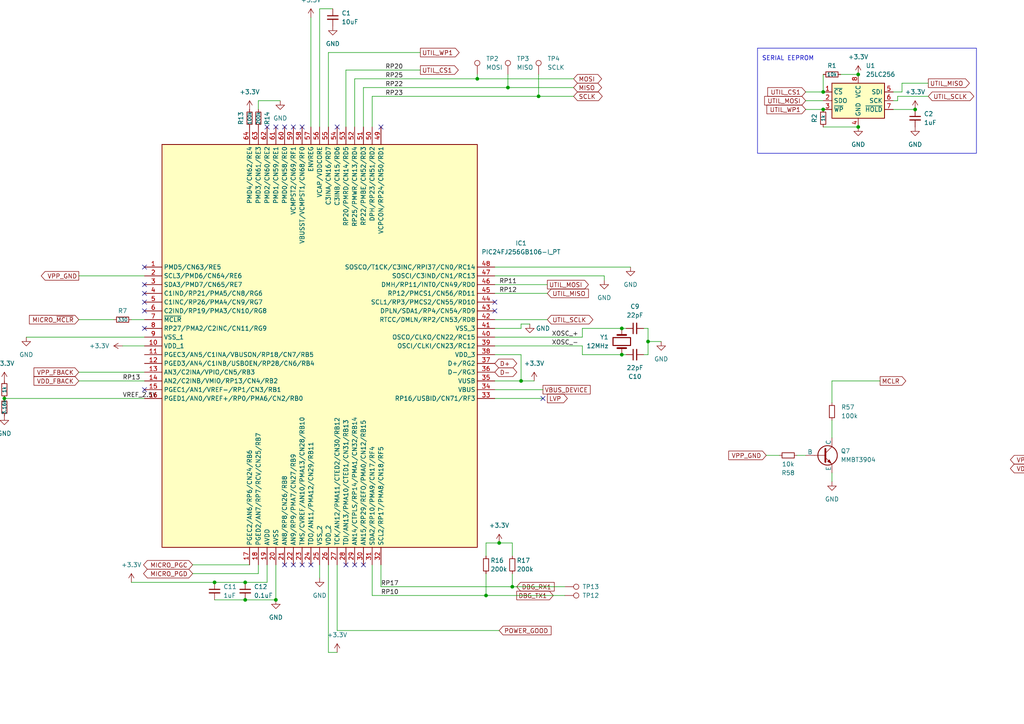
<source format=kicad_sch>
(kicad_sch (version 20230121) (generator eeschema)
  (paper "A4")
  (junction (at 144.78 157.48))
  (junction (at 71.12 168.91))
  (junction (at 238.76 31.75))
  (junction (at 524.51 173.99))
  (junction (at 151.13 110.49))
  (junction (at 524.51 87.63))
  (junction (at 355.6 25.4))
  (junction (at 180.34 95.25))
  (junction (at 180.34 102.87))
  (junction (at 359.41 25.4))
  (junction (at 393.7 119.38))
  (junction (at 398.78 68.58))
  (junction (at 1.27 115.57))
  (junction (at 388.62 25.4))
  (junction (at 398.78 55.88))
  (junction (at 156.21 27.94))
  (junction (at 350.52 25.4))
  (junction (at 80.01 173.99))
  (junction (at 317.5 133.35))
  (junction (at 372.11 35.56))
  (junction (at 314.96 124.46))
  (junction (at 391.16 55.88))
  (junction (at 524.51 133.35))
  (junction (at 248.92 36.83))
  (junction (at 391.16 68.58))
  (junction (at 312.42 135.89))
  (junction (at 138.43 22.86))
  (junction (at 148.59 170.18))
  (junction (at 331.47 83.82))
  (junction (at 147.32 25.4))
  (junction (at 382.27 68.58))
  (junction (at 71.12 173.99))
  (junction (at 382.27 55.88))
  (junction (at 140.97 172.72))
  (junction (at 388.62 30.48))
  (junction (at 248.92 21.59))
  (junction (at 354.33 35.56))
  (junction (at 359.41 52.07))
  (junction (at 238.76 26.67))
  (junction (at 384.81 25.4))
  (junction (at 62.23 168.91))
  (junction (at 187.96 99.06))
  (junction (at 265.43 31.75))
  (junction (at 314.96 143.51))
  (junction (at 388.62 125.73))
  (no_connect (at 85.09 36.83))
  (no_connect (at 41.91 87.63))
  (no_connect (at 143.51 87.63))
  (no_connect (at 354.33 73.66))
  (no_connect (at 157.48 115.57))
  (no_connect (at 105.41 163.83))
  (no_connect (at 41.91 90.17))
  (no_connect (at 143.51 90.17))
  (no_connect (at 100.33 163.83))
  (no_connect (at 110.49 36.83))
  (no_connect (at 97.79 36.83))
  (no_connect (at 82.55 163.83))
  (no_connect (at 85.09 163.83))
  (no_connect (at 41.91 82.55))
  (no_connect (at 80.01 36.83))
  (no_connect (at 90.17 163.83))
  (no_connect (at 82.55 36.83))
  (no_connect (at 41.91 113.03))
  (no_connect (at 41.91 85.09))
  (no_connect (at 354.33 76.2))
  (no_connect (at 87.63 36.83))
  (no_connect (at 41.91 77.47))
  (no_connect (at 102.87 163.83))
  (no_connect (at 87.63 163.83))
  (no_connect (at 41.91 95.25))
  (no_connect (at 77.47 36.83))
  (wire (pts (xy 102.87 36.83) (xy 102.87 22.86)))
  (wire (pts (xy 373.38 68.58) (xy 382.27 68.58)))
  (wire (pts (xy 233.68 26.67) (xy 238.76 26.67)))
  (wire (pts (xy 74.93 29.21) (xy 81.28 29.21)))
  (wire (pts (xy 151.13 110.49) (xy 154.94 110.49)))
  (wire (pts (xy 95.25 15.24) (xy 121.92 15.24)))
  (wire (pts (xy 355.6 45.72) (xy 354.33 45.72)))
  (wire (pts (xy 156.21 21.59) (xy 156.21 27.94)))
  (wire (pts (xy 261.62 26.67) (xy 259.08 26.67)))
  (wire (pts (xy 241.3 121.92) (xy 241.3 127)))
  (wire (pts (xy 398.78 55.88) (xy 398.78 59.69)))
  (wire (pts (xy 260.35 27.94) (xy 269.24 27.94)))
  (wire (pts (xy 350.52 25.4) (xy 355.6 25.4)))
  (wire (pts (xy 391.16 64.77) (xy 391.16 68.58)))
  (wire (pts (xy 392.43 158.75) (xy 394.97 158.75)))
  (wire (pts (xy 516.89 173.99) (xy 524.51 173.99)))
  (wire (pts (xy 355.6 25.4) (xy 359.41 25.4)))
  (wire (pts (xy 92.71 163.83) (xy 92.71 167.64)))
  (wire (pts (xy 55.88 166.37) (xy 74.93 166.37)))
  (wire (pts (xy 95.25 163.83) (xy 95.25 189.23)))
  (wire (pts (xy 386.08 125.73) (xy 388.62 125.73)))
  (wire (pts (xy 350.52 31.75) (xy 350.52 35.56)))
  (wire (pts (xy 22.86 110.49) (xy 41.91 110.49)))
  (wire (pts (xy 22.86 80.01) (xy 41.91 80.01)))
  (wire (pts (xy 314.96 124.46) (xy 317.5 124.46)))
  (wire (pts (xy 354.33 30.48) (xy 359.41 30.48)))
  (wire (pts (xy 144.78 157.48) (xy 140.97 157.48)))
  (wire (pts (xy 373.38 55.88) (xy 373.38 59.69)))
  (wire (pts (xy 354.33 35.56) (xy 372.11 35.56)))
  (wire (pts (xy 398.78 55.88) (xy 406.4 55.88)))
  (wire (pts (xy 168.91 95.25) (xy 180.34 95.25)))
  (wire (pts (xy 350.52 25.4) (xy 350.52 26.67)))
  (wire (pts (xy 7.62 97.79) (xy 41.91 97.79)))
  (wire (pts (xy 55.88 163.83) (xy 72.39 163.83)))
  (wire (pts (xy 398.78 64.77) (xy 398.78 68.58)))
  (wire (pts (xy 1.27 115.57) (xy 41.91 115.57)))
  (wire (pts (xy 156.21 27.94) (xy 166.37 27.94)))
  (wire (pts (xy 80.01 173.99) (xy 80.01 163.83)))
  (wire (pts (xy 524.51 87.63) (xy 524.51 91.44)))
  (wire (pts (xy 241.3 110.49) (xy 255.27 110.49)))
  (wire (pts (xy 524.51 182.88) (xy 524.51 186.69)))
  (wire (pts (xy 95.25 36.83) (xy 95.25 15.24)))
  (wire (pts (xy 92.71 2.54) (xy 96.52 2.54)))
  (wire (pts (xy 138.43 21.59) (xy 138.43 22.86)))
  (wire (pts (xy 143.51 97.79) (xy 168.91 97.79)))
  (wire (pts (xy 147.32 25.4) (xy 166.37 25.4)))
  (wire (pts (xy 143.51 110.49) (xy 151.13 110.49)))
  (wire (pts (xy 392.43 139.7) (xy 392.43 130.81)))
  (wire (pts (xy 312.42 129.54) (xy 312.42 135.89)))
  (wire (pts (xy 148.59 161.29) (xy 148.59 157.48)))
  (wire (pts (xy 143.51 85.09) (xy 158.75 85.09)))
  (wire (pts (xy 382.27 64.77) (xy 382.27 68.58)))
  (wire (pts (xy 543.56 87.63) (xy 535.94 87.63)))
  (wire (pts (xy 143.51 77.47) (xy 182.88 77.47)))
  (wire (pts (xy 516.89 125.73) (xy 524.51 125.73)))
  (wire (pts (xy 524.51 96.52) (xy 524.51 100.33)))
  (wire (pts (xy 140.97 172.72) (xy 163.83 172.72)))
  (wire (pts (xy 384.81 25.4) (xy 388.62 25.4)))
  (wire (pts (xy 74.93 163.83) (xy 74.93 166.37)))
  (wire (pts (xy 233.68 31.75) (xy 238.76 31.75)))
  (wire (pts (xy 314.96 143.51) (xy 317.5 143.51)))
  (wire (pts (xy 238.76 21.59) (xy 238.76 26.67)))
  (wire (pts (xy 71.12 173.99) (xy 80.01 173.99)))
  (wire (pts (xy 260.35 27.94) (xy 260.35 29.21)))
  (wire (pts (xy 524.51 125.73) (xy 524.51 133.35)))
  (wire (pts (xy 524.51 173.99) (xy 528.32 173.99)))
  (wire (pts (xy 241.3 139.7) (xy 241.3 137.16)))
  (wire (pts (xy 354.33 63.5) (xy 354.33 66.04)))
  (wire (pts (xy 22.86 92.71) (xy 33.02 92.71)))
  (wire (pts (xy 140.97 166.37) (xy 140.97 172.72)))
  (wire (pts (xy 382.27 55.88) (xy 382.27 59.69)))
  (wire (pts (xy 168.91 100.33) (xy 143.51 100.33)))
  (wire (pts (xy 71.12 168.91) (xy 77.47 168.91)))
  (wire (pts (xy 147.32 21.59) (xy 147.32 25.4)))
  (wire (pts (xy 181.61 95.25) (xy 180.34 95.25)))
  (wire (pts (xy 516.89 133.35) (xy 524.51 133.35)))
  (wire (pts (xy 187.96 102.87) (xy 186.69 102.87)))
  (wire (pts (xy 354.33 58.42) (xy 354.33 60.96)))
  (wire (pts (xy 317.5 129.54) (xy 317.5 133.35)))
  (wire (pts (xy 355.6 17.78) (xy 355.6 25.4)))
  (wire (pts (xy 222.25 132.08) (xy 226.06 132.08)))
  (wire (pts (xy 151.13 93.98) (xy 151.13 95.25)))
  (wire (pts (xy 510.54 173.99) (xy 511.81 173.99)))
  (wire (pts (xy 163.83 170.18) (xy 148.59 170.18)))
  (wire (pts (xy 97.79 182.88) (xy 144.78 182.88)))
  (wire (pts (xy 157.48 113.03) (xy 143.51 113.03)))
  (wire (pts (xy 107.95 36.83) (xy 107.95 27.94)))
  (wire (pts (xy 306.07 133.35) (xy 317.5 133.35)))
  (wire (pts (xy 74.93 31.75) (xy 74.93 29.21)))
  (wire (pts (xy 38.1 92.71) (xy 41.91 92.71)))
  (wire (pts (xy 143.51 102.87) (xy 151.13 102.87)))
  (wire (pts (xy 148.59 157.48) (xy 144.78 157.48)))
  (wire (pts (xy 143.51 115.57) (xy 157.48 115.57)))
  (wire (pts (xy 140.97 157.48) (xy 140.97 161.29)))
  (wire (pts (xy 339.09 83.82) (xy 331.47 83.82)))
  (wire (pts (xy 95.25 189.23) (xy 97.79 189.23)))
  (wire (pts (xy 241.3 110.49) (xy 241.3 116.84)))
  (wire (pts (xy 90.17 5.08) (xy 90.17 36.83)))
  (wire (pts (xy 107.95 172.72) (xy 140.97 172.72)))
  (wire (pts (xy 168.91 97.79) (xy 168.91 95.25)))
  (wire (pts (xy 314.96 144.78) (xy 314.96 143.51)))
  (wire (pts (xy 393.7 119.38) (xy 388.62 119.38)))
  (wire (pts (xy 394.97 153.67) (xy 393.7 153.67)))
  (wire (pts (xy 143.51 82.55) (xy 158.75 82.55)))
  (wire (pts (xy 187.96 95.25) (xy 187.96 99.06)))
  (wire (pts (xy 100.33 36.83) (xy 100.33 20.32)))
  (wire (pts (xy 187.96 99.06) (xy 187.96 102.87)))
  (wire (pts (xy 38.1 168.91) (xy 62.23 168.91)))
  (wire (pts (xy 382.27 68.58) (xy 391.16 68.58)))
  (wire (pts (xy 524.51 133.35) (xy 528.32 133.35)))
  (wire (pts (xy 317.5 133.35) (xy 317.5 138.43)))
  (wire (pts (xy 143.51 92.71) (xy 158.75 92.71)))
  (wire (pts (xy 148.59 166.37) (xy 148.59 170.18)))
  (wire (pts (xy 175.26 81.28) (xy 175.26 80.01)))
  (wire (pts (xy 186.69 95.25) (xy 187.96 95.25)))
  (wire (pts (xy 391.16 55.88) (xy 391.16 59.69)))
  (wire (pts (xy 62.23 173.99) (xy 71.12 173.99)))
  (wire (pts (xy 516.89 87.63) (xy 524.51 87.63)))
  (wire (pts (xy 102.87 22.86) (xy 138.43 22.86)))
  (wire (pts (xy 314.96 121.92) (xy 314.96 124.46)))
  (wire (pts (xy 261.62 24.13) (xy 261.62 26.67)))
  (wire (pts (xy 379.73 151.13) (xy 394.97 151.13)))
  (wire (pts (xy 306.07 135.89) (xy 312.42 135.89)))
  (wire (pts (xy 524.51 173.99) (xy 524.51 177.8)))
  (wire (pts (xy 392.43 130.81) (xy 394.97 130.81)))
  (wire (pts (xy 345.44 17.78) (xy 355.6 17.78)))
  (wire (pts (xy 398.78 68.58) (xy 391.16 68.58)))
  (wire (pts (xy 359.41 25.4) (xy 359.41 27.94)))
  (wire (pts (xy 151.13 102.87) (xy 151.13 110.49)))
  (wire (pts (xy 148.59 170.18) (xy 110.49 170.18)))
  (wire (pts (xy 359.41 50.8) (xy 359.41 52.07)))
  (wire (pts (xy 180.34 102.87) (xy 181.61 102.87)))
  (wire (pts (xy 393.7 153.67) (xy 393.7 163.83)))
  (wire (pts (xy 243.84 21.59) (xy 248.92 21.59)))
  (wire (pts (xy 151.13 95.25) (xy 143.51 95.25)))
  (wire (pts (xy 312.42 135.89) (xy 312.42 138.43)))
  (wire (pts (xy 77.47 163.83) (xy 77.47 168.91)))
  (wire (pts (xy 259.08 31.75) (xy 265.43 31.75)))
  (wire (pts (xy 388.62 119.38) (xy 388.62 120.65)))
  (wire (pts (xy 406.4 68.58) (xy 398.78 68.58)))
  (wire (pts (xy 388.62 30.48) (xy 396.24 30.48)))
  (wire (pts (xy 233.68 29.21) (xy 238.76 29.21)))
  (wire (pts (xy 373.38 55.88) (xy 382.27 55.88)))
  (wire (pts (xy 373.38 64.77) (xy 373.38 68.58)))
  (wire (pts (xy 231.14 132.08) (xy 233.68 132.08)))
  (wire (pts (xy 260.35 29.21) (xy 259.08 29.21)))
  (wire (pts (xy 389.89 148.59) (xy 394.97 148.59)))
  (wire (pts (xy 97.79 163.83) (xy 97.79 182.88)))
  (wire (pts (xy 543.56 173.99) (xy 535.94 173.99)))
  (wire (pts (xy 261.62 24.13) (xy 269.24 24.13)))
  (wire (pts (xy 191.77 99.06) (xy 187.96 99.06)))
  (wire (pts (xy 388.62 135.89) (xy 394.97 135.89)))
  (wire (pts (xy 392.43 156.21) (xy 394.97 156.21)))
  (wire (pts (xy 35.56 100.33) (xy 41.91 100.33)))
  (wire (pts (xy 22.86 107.95) (xy 41.91 107.95)))
  (wire (pts (xy 153.67 93.98) (xy 151.13 93.98)))
  (wire (pts (xy 524.51 87.63) (xy 528.32 87.63)))
  (wire (pts (xy 92.71 36.83) (xy 92.71 2.54)))
  (wire (pts (xy 100.33 20.32) (xy 121.92 20.32)))
  (wire (pts (xy 312.42 143.51) (xy 314.96 143.51)))
  (wire (pts (xy 388.62 125.73) (xy 394.97 125.73)))
  (wire (pts (xy 391.16 55.88) (xy 398.78 55.88)))
  (wire (pts (xy 350.52 35.56) (xy 354.33 35.56)))
  (wire (pts (xy 312.42 124.46) (xy 314.96 124.46)))
  (wire (pts (xy 105.41 25.4) (xy 147.32 25.4)))
  (wire (pts (xy 384.81 25.4) (xy 384.81 27.94)))
  (wire (pts (xy 361.95 52.07) (xy 359.41 52.07)))
  (wire (pts (xy 524.51 133.35) (xy 524.51 137.16)))
  (wire (pts (xy 180.34 102.87) (xy 168.91 102.87)))
  (wire (pts (xy 138.43 22.86) (xy 166.37 22.86)))
  (wire (pts (xy 359.41 52.07) (xy 359.41 53.34)))
  (wire (pts (xy 382.27 55.88) (xy 391.16 55.88)))
  (wire (pts (xy 107.95 163.83) (xy 107.95 172.72)))
  (wire (pts (xy 62.23 168.91) (xy 71.12 168.91)))
  (wire (pts (xy 393.7 128.27) (xy 393.7 119.38)))
  (wire (pts (xy 524.51 142.24) (xy 524.51 146.05)))
  (wire (pts (xy 107.95 27.94) (xy 156.21 27.94)))
  (wire (pts (xy 384.81 30.48) (xy 388.62 30.48)))
  (wire (pts (xy 394.97 128.27) (xy 393.7 128.27)))
  (wire (pts (xy 543.56 133.35) (xy 535.94 133.35)))
  (wire (pts (xy 110.49 170.18) (xy 110.49 163.83)))
  (wire (pts (xy 238.76 36.83) (xy 248.92 36.83)))
  (wire (pts (xy 143.51 80.01) (xy 175.26 80.01)))
  (wire (pts (xy 388.62 133.35) (xy 394.97 133.35)))
  (wire (pts (xy 168.91 102.87) (xy 168.91 100.33)))
  (wire (pts (xy 105.41 36.83) (xy 105.41 25.4)))
  (rectangle (start 369.57 48.26) (end 417.83 76.2))
  (rectangle (start 219.71 13.97) (end 283.21 44.45))
  (rectangle (start 466.344 62.484) (end 573.786 206.756))
  (rectangle (start 322.58 5.08) (end 421.64 90.17))
  (text "SERIAL EEPROM" (at 220.98 17.78 0) (effects (font (size 1.27 1.27)) (justify left bottom)))
  (text "USB INTERFACE" (at 326.39 8.89 0) (effects (font (size 1.27 1.27)) (justify left bottom)))
  (text "LEVEL SHIFTERS" (at 469.392 67.564 0) (effects (font (size 1.27 1.27)) (justify left bottom)))
  (label "VREF_2.5V" (at 35.56 115.57 0))
  (label "RP25" (at 111.76 22.86 0))
  (label "RP22" (at 111.76 25.4 0))
  (label "XOSC_-" (at 160.02 100.33 0))
  (label "RP10" (at 110.49 172.72 0))
  (label "RP12" (at 144.78 85.09 0))
  (label "XOSC_+" (at 160.02 97.79 0))
  (label "RP11" (at 144.78 82.55 0))
  (label "RP23" (at 111.76 27.94 0))
  (label "RP13" (at 35.56 110.49 0))
  (label "RP20" (at 111.76 20.32 0))
  (label "RP17" (at 110.49 170.18 0))
  (global_label "VPP_GND" (shape output) (at 22.86 80.01 180) (property "Intersheetrefs" "${INTERSHEET_REFS}" (effects hide)))
  (global_label "D+" (shape bidirectional) (at 354.33 64.77 0) (property "Intersheetrefs" "${INTERSHEET_REFS}" (effects hide)))
  (global_label "VBUS_DEVICE" (shape passive) (at 157.48 113.03 0) (property "Intersheetrefs" "${INTERSHEET_REFS}" (effects hide)))
  (global_label "MCLR" (shape output) (at 255.27 110.49 0) (property "Intersheetrefs" "${INTERSHEET_REFS}" (effects hide)))
  (global_label "MICRO_PGC" (shape bidirectional) (at 55.88 163.83 180) (property "Intersheetrefs" "${INTERSHEET_REFS}" (effects hide)))
  (global_label "ICSP_DAT" (shape bidirectional) (at 392.43 156.21 180) (property "Intersheetrefs" "${INTERSHEET_REFS}" (effects hide)))
  (global_label "UTIL_MOSI" (shape output) (at 158.75 82.55 0) (property "Intersheetrefs" "${INTERSHEET_REFS}" (effects hide)))
  (global_label "MOSI" (shape bidirectional) (at 166.37 22.86 0) (property "Intersheetrefs" "${INTERSHEET_REFS}" (effects hide)))
  (global_label "ICSP_LVP" (shape output) (at 543.56 173.99 0) (property "Intersheetrefs" "${INTERSHEET_REFS}" (effects hide)))
  (global_label "MICRO_PGD" (shape input) (at 388.62 133.35 180) (property "Intersheetrefs" "${INTERSHEET_REFS}" (effects hide)))
  (global_label "POWER_GOOD" (shape input) (at 144.78 182.88 0) (property "Intersheetrefs" "${INTERSHEET_REFS}" (effects hide)))
  (global_label "VPP_FBACK" (shape output) (at 306.07 133.35 180) (property "Intersheetrefs" "${INTERSHEET_REFS}" (effects hide)))
  (global_label "SCLK" (shape bidirectional) (at 166.37 27.94 0) (property "Intersheetrefs" "${INTERSHEET_REFS}" (effects hide)))
  (global_label "LVP" (shape output) (at 158.75 115.57 0) (property "Intersheetrefs" "${INTERSHEET_REFS}" (effects hide)))
  (global_label "D-" (shape bidirectional) (at 354.33 59.69 0) (property "Intersheetrefs" "${INTERSHEET_REFS}" (effects hide)))
  (global_label "DBG_TX1" (shape output) (at 149.86 172.72 0) (property "Intersheetrefs" "${INTERSHEET_REFS}" (effects hide)))
  (global_label "MISO" (shape input) (at 511.81 133.35 180) (property "Intersheetrefs" "${INTERSHEET_REFS}" (effects hide)))
  (global_label "VDD_FBACK" (shape input) (at 22.86 110.49 180) (property "Intersheetrefs" "${INTERSHEET_REFS}" (effects hide)))
  (global_label "ICSP_CLK" (shape input) (at 392.43 158.75 180) (property "Intersheetrefs" "${INTERSHEET_REFS}" (effects hide)))
  (global_label "LVP" (shape input) (at 510.54 173.99 180) (property "Intersheetrefs" "${INTERSHEET_REFS}" (effects hide)))
  (global_label "UTIL_CS1" (shape input) (at 233.68 26.67 180) (property "Intersheetrefs" "${INTERSHEET_REFS}" (effects hide)))
  (global_label "VBUS_DEVICE" (shape passive) (at 340.36 17.78 180) (property "Intersheetrefs" "${INTERSHEET_REFS}" (effects hide)))
  (global_label "D-" (shape bidirectional) (at 143.51 107.95 0) (property "Intersheetrefs" "${INTERSHEET_REFS}" (effects hide)))
  (global_label "UTIL_CS1" (shape output) (at 121.92 20.32 0) (property "Intersheetrefs" "${INTERSHEET_REFS}" (effects hide)))
  (global_label "UTIL_WP1" (shape output) (at 121.92 15.24 0) (property "Intersheetrefs" "${INTERSHEET_REFS}" (effects hide)))
  (global_label "SCLK" (shape input) (at 511.81 87.63 180) (property "Intersheetrefs" "${INTERSHEET_REFS}" (effects hide)))
  (global_label "MISO" (shape bidirectional) (at 166.37 25.4 0) (property "Intersheetrefs" "${INTERSHEET_REFS}" (effects hide)))
  (global_label "VPP_FBACK" (shape input) (at 22.86 107.95 180) (property "Intersheetrefs" "${INTERSHEET_REFS}" (effects hide)))
  (global_label "UTIL_WP1" (shape input) (at 233.68 31.75 180) (property "Intersheetrefs" "${INTERSHEET_REFS}" (effects hide)))
  (global_label "UTIL_MOSI" (shape input) (at 233.68 29.21 180) (property "Intersheetrefs" "${INTERSHEET_REFS}" (effects hide)))
  (global_label "D+" (shape bidirectional) (at 143.51 105.41 0) (property "Intersheetrefs" "${INTERSHEET_REFS}" (effects hide)))
  (global_label "MICRO_~{MCLR}" (shape input) (at 386.08 125.73 180) (property "Intersheetrefs" "${INTERSHEET_REFS}" (effects hide)))
  (global_label "POWER_GOOD" (shape output) (at 396.24 30.48 0) (property "Intersheetrefs" "${INTERSHEET_REFS}" (effects hide)))
  (global_label "VPP_GND" (shape input) (at 222.25 132.08 180) (property "Intersheetrefs" "${INTERSHEET_REFS}" (effects hide)))
  (global_label "UTIL_SCLK" (shape bidirectional) (at 269.24 27.94 0) (property "Intersheetrefs" "${INTERSHEET_REFS}" (effects hide)))
  (global_label "ICSP_CLK" (shape output) (at 543.56 87.63 0) (property "Intersheetrefs" "${INTERSHEET_REFS}" (effects hide)))
  (global_label "UTIL_MISO" (shape output) (at 269.24 24.13 0) (property "Intersheetrefs" "${INTERSHEET_REFS}" (effects hide)))
  (global_label "UTIL_SCLK" (shape bidirectional) (at 158.75 92.71 0) (property "Intersheetrefs" "${INTERSHEET_REFS}" (effects hide)))
  (global_label "VDD_FBACK" (shape output) (at 306.07 135.89 180) (property "Intersheetrefs" "${INTERSHEET_REFS}" (effects hide)))
  (global_label "ICSP_DAT" (shape output) (at 543.56 133.35 0) (property "Intersheetrefs" "${INTERSHEET_REFS}" (effects hide)))
  (global_label "MICRO_PGD" (shape bidirectional) (at 55.88 166.37 180) (property "Intersheetrefs" "${INTERSHEET_REFS}" (effects hide)))
  (global_label "MOSI" (shape input) (at 511.81 125.73 180) (property "Intersheetrefs" "${INTERSHEET_REFS}" (effects hide)))
  (global_label "MICRO_~{MCLR}" (shape input) (at 22.86 92.71 180) (property "Intersheetrefs" "${INTERSHEET_REFS}" (effects hide)))
  (global_label "MICRO_PGC" (shape output) (at 388.62 135.89 180) (property "Intersheetrefs" "${INTERSHEET_REFS}" (effects hide)))
  (global_label "DBG_RX1" (shape input) (at 149.86 170.18 0) (property "Intersheetrefs" "${INTERSHEET_REFS}" (effects hide)))
  (global_label "UTIL_MISO" (shape input) (at 158.75 85.09 0) (property "Intersheetrefs" "${INTERSHEET_REFS}" (effects hide)))
  (global_label "MCLR" (shape input) (at 389.89 148.59 180) (property "Intersheetrefs" "${INTERSHEET_REFS}" (effects hide)))
  (symbol (lib_id "Device:C_Small") (at 373.38 62.23 0) (unit 1)
    (property "Reference" "C6" (at 374.65 60.96 0) (effects (justify left)))
    (property "Value" "0.1uF" (at 374.65 63.5 0) (effects (justify left)))
    (property "Footprint" "Capacitor_SMD:C_0603_1608Metric" (effects hide))
  )
  (symbol (lib_id "power:GND") (at 96.52 7.62 0) (unit 1)
    (property "Reference" "#PWR02" (effects hide))
    (property "Value" "GND" (at 96.52 12.7 0))
  )
  (symbol (lib_id "Connector:TestPoint") (at 163.83 170.18 270) (unit 1)
    (property "Reference" "TP13" (at 168.91 170.18 90) (effects (justify left)))
    (property "Value" "DBG_RX1" (effects hide))
    (property "Footprint" "TestPoint:TestPoint_Plated_Hole_D2.0mm" (effects hide))
  )
  (symbol (lib_id "power:+3.3V") (at 154.94 110.49 0) (unit 1)
    (property "Reference" "#PWR022" (effects hide))
    (property "Value" "+3.3V" (at 154.94 105.41 0))
  )
  (symbol (lib_name "NPN_3") (lib_id "Simulation_SPICE:NPN") (at 238.76 132.08 0) (unit 1)
    (property "Reference" "Q7" (at 243.84 130.81 0) (effects (justify left)))
    (property "Value" "MMBT3904" (at 243.84 133.35 0) (effects (justify left)))
    (property "Footprint" "Package_TO_SOT_SMD:SOT-23" (effects hide))
    (property "Sim.Device" "NPN" (effects hide))
    (property "Sim.Type" "GUMMELPOON" (effects hide))
    (property "Sim.Pins" "1=B 2=E 3=C" (effects hide))
  )
  (symbol (lib_id "Device:R_Small") (at 74.93 34.29 180) (unit 1)
    (property "Reference" "R14" (at 77.47 34.29 90))
    (property "Value" "200k" (at 74.93 34.29 90) (effects (font (size 1 1))))
    (property "Footprint" "Resistor_SMD:R_0603_1608Metric" (effects hide))
  )
  (symbol (lib_id "power:GND") (at 80.01 173.99 0) (unit 1)
    (property "Reference" "#PWR027" (effects hide))
    (property "Value" "GND" (at 80.01 179.07 0))
  )
  (symbol (lib_id "Connector:TestPoint") (at 156.21 21.59 0) (unit 1)
    (property "Reference" "TP4" (at 158.75 17.018 0) (effects (justify left)))
    (property "Value" "SCLK" (at 158.75 19.558 0) (effects (justify left)))
    (property "Footprint" "TestPoint:TestPoint_Plated_Hole_D2.0mm" (effects hide))
  )
  (symbol (lib_id "Device:R_Small") (at 317.5 140.97 0) (unit 1)
    (property "Reference" "R18" (at 320.04 139.7 0) (effects (justify left)))
    (property "Value" "2.21k" (at 320.04 142.24 0) (effects (justify left)))
    (property "Footprint" "Resistor_SMD:R_0603_1608Metric" (effects hide))
  )
  (symbol (lib_id "Device:R_Small") (at 524.51 93.98 180) (unit 1)
    (property "Reference" "R32" (at 527.05 92.71 0) (effects (justify right)))
    (property "Value" "4.7k" (at 527.05 95.25 0) (effects (justify right)))
    (property "Footprint" "Resistor_SMD:R_0603_1608Metric" (effects hide))
  )
  (symbol (lib_id "Device:R_Small") (at 388.62 27.94 0) (unit 1)
    (property "Reference" "R8" (at 391.16 26.67 0) (effects (justify left)))
    (property "Value" "200k" (at 391.16 29.21 0) (effects (justify left)))
    (property "Footprint" "Resistor_SMD:R_0603_1608Metric" (effects hide))
  )
  (symbol (lib_id "power:GND") (at 524.51 100.33 0) (unit 1)
    (property "Reference" "#PWR043" (effects hide))
    (property "Value" "GND" (at 524.51 105.41 0))
  )
  (symbol (lib_id "Device:R_Small") (at 356.87 50.8 270) (mirror x) (unit 1)
    (property "Reference" "R5" (at 356.87 48.26 90))
    (property "Value" "5.1k" (at 356.87 50.8 90) (effects (font (size 1 1))))
    (property "Footprint" "Resistor_SMD:R_0603_1608Metric" (effects hide))
  )
  (symbol (lib_id "power:GND") (at 175.26 81.28 0) (unit 1)
    (property "Reference" "#PWR079" (effects hide))
    (property "Value" "GND" (at 175.26 86.36 0))
  )
  (symbol (lib_id "power:GND") (at 182.88 77.47 0) (unit 1)
    (property "Reference" "#PWR080" (effects hide))
    (property "Value" "GND" (at 182.88 82.55 0))
  )
  (symbol (lib_id "Device:R_Small") (at 356.87 53.34 90) (mirror x) (unit 1)
    (property "Reference" "R6" (at 356.87 55.88 90))
    (property "Value" "5.1k" (at 356.87 53.34 90) (effects (font (size 1 1))))
    (property "Footprint" "Resistor_SMD:R_0603_1608Metric" (effects hide))
  )
  (symbol (lib_id "Device:C_Small") (at 382.27 62.23 0) (unit 1)
    (property "Reference" "C7" (at 383.54 60.96 0) (effects (justify left)))
    (property "Value" "2.2uF" (at 383.54 63.5 0) (effects (justify left)))
    (property "Footprint" "Capacitor_SMD:C_0603_1608Metric" (effects hide))
  )
  (symbol (lib_id "Device:C_Small") (at 184.15 102.87 90) (mirror x) (unit 1)
    (property "Reference" "C10" (at 184.1563 109.22 90))
    (property "Value" "22pF" (at 184.1563 106.68 90))
    (property "Footprint" "Capacitor_SMD:C_0603_1608Metric" (effects hide))
  )
  (symbol (lib_id "Device:R_Small") (at 238.76 34.29 180) (unit 1)
    (property "Reference" "R2" (at 236.22 34.29 90))
    (property "Value" "1k" (at 238.76 34.29 90) (effects (font (size 1 1))))
    (property "Footprint" "Resistor_SMD:R_0603_1608Metric" (effects hide))
  )
  (symbol (lib_id "Device:R_Small") (at 35.56 92.71 270) (unit 1)
    (property "Reference" "R7" (at 35.56 90.17 90))
    (property "Value" "330" (at 35.56 92.71 90) (effects (font (size 1 1))))
    (property "Footprint" "Resistor_SMD:R_0603_1608Metric" (effects hide))
  )
  (symbol (lib_id "Device:LED") (at 406.4 59.69 90) (unit 1)
    (property "Reference" "D1" (at 410.21 60.0075 90) (effects (justify right)))
    (property "Value" "GREEN" (at 410.21 62.5475 90) (effects (justify right)))
    (property "Footprint" "LED_SMD:LED_0603_1608Metric" (effects hide))
  )
  (symbol (lib_id "power:+3.3V") (at 248.92 21.59 0) (unit 1)
    (property "Reference" "#PWR04" (effects hide))
    (property "Value" "+3.3V" (at 248.92 16.51 0))
  )
  (symbol (lib_id "power:+3.3V") (at 35.56 100.33 90) (unit 1)
    (property "Reference" "#PWR015" (effects hide))
    (property "Value" "+3.3V" (at 31.75 100.33 90) (effects (justify left)))
  )
  (symbol (lib_id "Device:R_Small") (at 398.78 62.23 0) (unit 1)
    (property "Reference" "R9" (at 400.05 60.96 0) (effects (justify left)))
    (property "Value" "2.2k" (at 400.05 63.5 0) (effects (justify left)))
    (property "Footprint" "Resistor_SMD:R_0603_1608Metric" (effects hide))
  )
  (symbol (lib_id "Regulator_Linear:MCP1727-0802xMF") (at 372.11 27.94 0) (unit 1)
    (property "Reference" "U3" (at 372.11 17.78 0))
    (property "Value" "MCP1727-0802xMF" (at 372.11 20.32 0))
    (property "Footprint" "Package_DFN_QFN:DFN-8-1EP_3x3mm_P0.65mm_EP1.55x2.4mm" (effects hide))
    (property "Datasheet" "https://ww1.microchip.com/downloads/aemtest/APID/ProductDocuments/DataSheets/MCP1727-1.5A-Low-Voltage-Low-Quiescent-Current-LDO-Regulator-20001999D.pdf" (effects hide))
  )
  (symbol (lib_id "Device:Thermistor_PTC") (at 532.13 87.63 270) (unit 1)
    (property "Reference" "TH3" (at 531.8125 80.01 90))
    (property "Value" "MICROSMD005F" (at 531.8125 82.55 90))
    (property "Footprint" "Resistor_SMD:R_0603_1608Metric" (effects hide))
  )
  (symbol (lib_id "Memory_EEPROM:24LC256") (at 248.92 29.21 0) (unit 1)
    (property "Reference" "U1" (at 251.1141 19.05 0) (effects (justify left)))
    (property "Value" "25LC256" (at 251.1141 21.59 0) (effects (justify left)))
    (property "Footprint" "Package_SO:SOIC-8_3.9x4.9mm_P1.27mm" (effects hide))
    (property "Datasheet" "https://ww1.microchip.com/downloads/en/DeviceDoc/20005715A.pdf" (effects hide))
  )
  (symbol (lib_id "Device:C_Small") (at 62.23 171.45 0) (unit 1)
    (property "Reference" "C11" (at 64.77 170.1863 0) (effects (justify left)))
    (property "Value" "1uF" (at 64.77 172.7263 0) (effects (justify left)))
    (property "Footprint" "Capacitor_SMD:C_0603_1608Metric" (effects hide))
  )
  (symbol (lib_id "power:GND") (at 248.92 36.83 0) (unit 1)
    (property "Reference" "#PWR03" (effects hide))
    (property "Value" "GND" (at 248.92 41.91 0))
  )
  (symbol (lib_id "Device:Thermistor_PTC") (at 532.13 173.99 270) (unit 1) (in_bom no) (on_board no) (dnp yes)
    (property "Reference" "TH1" (at 531.8125 166.37 90))
    (property "Value" "MICROSMD005F" (at 531.8125 168.91 90))
    (property "Footprint" "Resistor_SMD:R_0603_1608Metric" (effects hide))
    (property "Sim.Enable" "0" (effects hide))
  )
  (symbol (lib_id "Device:R_Small") (at 317.5 127 0) (unit 1)
    (property "Reference" "R15" (at 320.04 125.73 0) (effects (justify left)))
    (property "Value" "10k" (at 320.04 128.27 0) (effects (justify left)))
    (property "Footprint" "Resistor_SMD:R_0603_1608Metric" (effects hide))
  )
  (symbol (lib_id "power:GND") (at 524.51 146.05 0) (unit 1)
    (property "Reference" "#PWR050" (effects hide))
    (property "Value" "GND" (at 524.51 151.13 0))
  )
  (symbol (lib_id "power:+3.3V") (at 144.78 157.48 0) (unit 1)
    (property "Reference" "#PWR030" (effects hide))
    (property "Value" "+3.3V" (at 144.78 152.4 0))
  )
  (symbol (lib_id "power:GND") (at 92.71 167.64 0) (unit 1)
    (property "Reference" "#PWR028" (effects hide))
    (property "Value" "GND" (at 92.71 172.72 0))
  )
  (symbol (lib_id "power:GND") (at 391.16 68.58 0) (unit 1)
    (property "Reference" "#PWR019" (effects hide))
    (property "Value" "GND" (at 391.16 73.66 0))
  )
  (symbol (lib_id "power:GND") (at 392.43 139.7 0) (unit 1)
    (property "Reference" "#PWR063" (effects hide))
    (property "Value" "GND" (at 392.43 144.78 0))
  )
  (symbol (lib_id "power:GND") (at 331.47 83.82 0) (unit 1)
    (property "Reference" "#PWR011" (effects hide))
    (property "Value" "GND" (at 334.01 85.09 0) (effects (justify left)))
  )
  (symbol (lib_id "power:+3.3V") (at 265.43 31.75 0) (unit 1)
    (property "Reference" "#PWR05" (effects hide))
    (property "Value" "+3.3V" (at 265.43 26.67 0))
  )
  (symbol (lib_id "Device:R_Small") (at 406.4 66.04 0) (unit 1)
    (property "Reference" "R10" (at 408.94 64.77 0) (effects (justify left)))
    (property "Value" "330" (at 408.94 67.31 0) (effects (justify left)))
    (property "Footprint" "Resistor_SMD:R_0603_1608Metric" (effects hide))
  )
  (symbol (lib_id "power:+3.3V") (at 90.17 5.08 0) (unit 1)
    (property "Reference" "#PWR01" (effects hide))
    (property "Value" "+3.3V" (at 90.17 0 0))
  )
  (symbol (lib_id "power:GND") (at 1.27 120.65 0) (unit 1)
    (property "Reference" "#PWR031" (effects hide))
    (property "Value" "GND" (at 1.27 125.73 0))
  )
  (symbol (lib_id "Connector:TestPoint") (at 147.32 21.59 0) (unit 1)
    (property "Reference" "TP3" (at 149.86 17.018 0) (effects (justify left)))
    (property "Value" "MISO" (at 149.86 19.558 0) (effects (justify left)))
    (property "Footprint" "TestPoint:TestPoint_Plated_Hole_D2.0mm" (effects hide))
  )
  (symbol (lib_id "Device:C_Small") (at 391.16 62.23 0) (unit 1)
    (property "Reference" "C8" (at 392.43 60.96 0) (effects (justify left)))
    (property "Value" "10nF" (at 392.43 63.5 0) (effects (justify left)))
    (property "Footprint" "Capacitor_SMD:C_0603_1608Metric" (effects hide))
  )
  (symbol (lib_id "power:+3.3V") (at 480.06 179.07 0) (unit 1)
    (property "Reference" "#PWR023" (effects hide))
    (property "Value" "+3.3V" (at 480.06 173.99 0))
  )
  (symbol (lib_id "Device:C_Small") (at 478.79 104.14 0) (unit 1)
    (property "Reference" "C18" (at 481.33 102.8763 0) (effects (justify left)))
    (property "Value" "0.1uF" (at 481.33 105.4163 0) (effects (justify left)))
    (property "Footprint" "Capacitor_SMD:C_0603_1608Metric" (effects hide))
  )
  (symbol (lib_id "Device:R_Small") (at 72.39 34.29 0) (unit 1)
    (property "Reference" "R13" (at 69.85 34.29 90))
    (property "Value" "100k" (at 72.39 34.29 90) (effects (font (size 1 1))))
    (property "Footprint" "Resistor_SMD:R_0603_1608Metric" (effects hide))
  )
  (symbol (lib_id "power:GND") (at 480.06 184.15 0) (unit 1)
    (property "Reference" "#PWR024" (effects hide))
    (property "Value" "GND" (at 480.06 189.23 0))
  )
  (symbol (lib_id "Device:R_Small") (at 148.59 163.83 0) (unit 1)
    (property "Reference" "R17" (at 149.86 162.56 0) (effects (justify left)))
    (property "Value" "200k" (at 149.86 165.1 0) (effects (justify left)))
    (property "Footprint" "Resistor_SMD:R_0603_1608Metric" (effects hide))
  )
  (symbol (lib_id "Device:R_Small") (at 312.42 127 0) (mirror y) (unit 1)
    (property "Reference" "R21" (at 309.88 125.73 0) (effects (justify left)))
    (property "Value" "3.92k" (at 309.88 128.27 0) (effects (justify left)))
    (property "Footprint" "Resistor_SMD:R_0603_1608Metric" (effects hide))
  )
  (symbol (lib_id "Device:R_Small") (at 514.35 133.35 90) (unit 1)
    (property "Reference" "R33" (at 514.35 128.27 90))
    (property "Value" "330" (at 514.35 130.81 90))
    (property "Footprint" "Resistor_SMD:R_0603_1608Metric" (effects hide))
  )
  (symbol (lib_id "power:GND") (at 478.79 152.4 0) (unit 1)
    (property "Reference" "#PWR056" (effects hide))
    (property "Value" "GND" (at 478.79 157.48 0))
  )
  (symbol (lib_id "Device:R_Small") (at 140.97 163.83 0) (unit 1)
    (property "Reference" "R16" (at 142.24 162.56 0) (effects (justify left)))
    (property "Value" "200k" (at 142.24 165.1 0) (effects (justify left)))
    (property "Footprint" "Resistor_SMD:R_0603_1608Metric" (effects hide))
  )
  (symbol (lib_id "Device:R_Small") (at 342.9 17.78 90) (unit 1)
    (property "Reference" "R23" (at 342.9 12.7 90))
    (property "Value" "100" (at 342.9 15.24 90))
    (property "Footprint" "Resistor_SMD:R_0603_1608Metric" (effects hide))
  )
  (symbol (lib_id "Device:R_Small") (at 524.51 180.34 180) (unit 1) (in_bom no) (on_board no) (dnp yes)
    (property "Reference" "R20" (at 527.05 179.07 0) (effects (justify right)))
    (property "Value" "4.7k" (at 527.05 181.61 0) (effects (justify right)))
    (property "Footprint" "Resistor_SMD:R_0603_1608Metric" (effects hide))
    (property "Sim.Enable" "0" (effects hide))
  )
  (symbol (lib_id "Device:C_Small") (at 184.15 95.25 90) (unit 1)
    (property "Reference" "C9" (at 184.1563 88.9 90))
    (property "Value" "22pF" (at 184.1563 91.44 90))
    (property "Footprint" "Capacitor_SMD:C_0603_1608Metric" (effects hide))
  )
  (symbol (lib_id "Connector_Generic:Conn_01x05") (at 400.05 130.81 0) (unit 1)
    (property "Reference" "J2" (at 402.59 129.54 0) (effects (justify left)))
    (property "Value" "Conn_01x05" (at 402.59 132.08 0) (effects (justify left)))
    (property "Footprint" "Connector_PinSocket_2.54mm:PinSocket_1x05_P2.54mm_Vertical" (effects hide))
  )
  (symbol (lib_id "Device:C_Small") (at 478.79 149.86 0) (unit 1)
    (property "Reference" "C20" (at 481.33 148.5963 0) (effects (justify left)))
    (property "Value" "0.1uF" (at 481.33 151.1363 0) (effects (justify left)))
    (property "Footprint" "Capacitor_SMD:C_0603_1608Metric" (effects hide))
  )
  (symbol (lib_id "power:+3.3V") (at 478.79 147.32 0) (unit 1)
    (property "Reference" "#PWR055" (effects hide))
    (property "Value" "+3.3V" (at 478.79 142.24 0))
  )
  (symbol (lib_id "power:VBUS") (at 355.6 45.72 0) (unit 1)
    (property "Reference" "#PWR013" (effects hide))
    (property "Value" "VBUS" (at 358.14 44.45 0) (effects (justify left)))
  )
  (symbol (lib_id "power:GND") (at 241.3 139.7 0) (unit 1)
    (property "Reference" "#PWR078" (effects hide))
    (property "Value" "GND" (at 241.3 144.78 0))
  )
  (symbol (lib_id "power:GND") (at 478.79 106.68 0) (unit 1)
    (property "Reference" "#PWR053" (effects hide))
    (property "Value" "GND" (at 478.79 111.76 0))
  )
  (symbol (lib_id "Connector_Generic:Conn_01x06") (at 421.64 153.67 0) (unit 1) (in_bom no) (on_board no) (dnp yes)
    (property "Reference" "J4" (at 424.18 153.67 0) (effects (justify left)))
    (property "Value" "Conn_01x06" (at 424.18 156.21 0) (effects (justify left)))
    (property "Footprint" "Connector_PinSocket_2.54mm:PinSocket_1x06_P2.54mm_Vertical" (effects hide))
    (property "Sim.Enable" "0" (effects hide))
  )
  (symbol (lib_id "Device:R_Small") (at 524.51 139.7 180) (unit 1)
    (property "Reference" "R36" (at 527.05 138.43 0) (effects (justify right)))
    (property "Value" "4.7k" (at 527.05 140.97 0) (effects (justify right)))
    (property "Footprint" "Resistor_SMD:R_0603_1608Metric" (effects hide))
  )
  (symbol (lib_id "power:GND") (at 265.43 36.83 0) (unit 1)
    (property "Reference" "#PWR06" (effects hide))
    (property "Value" "GND" (at 265.43 41.91 0))
  )
  (symbol (lib_id "power:+3.3V") (at 388.62 25.4 0) (unit 1)
    (property "Reference" "#PWR018" (effects hide))
    (property "Value" "+3.3V" (at 388.62 20.32 0))
  )
  (symbol (lib_id "power:+3.3V") (at 1.27 110.49 0) (unit 1)
    (property "Reference" "#PWR032" (effects hide))
    (property "Value" "+3.3V" (at 1.27 105.41 0))
  )
  (symbol (lib_id "Device:C_Small") (at 71.12 171.45 0) (unit 1)
    (property "Reference" "C12" (at 73.66 170.1863 0) (effects (justify left)))
    (property "Value" "0.1uF" (at 73.66 172.7263 0) (effects (justify left)))
    (property "Footprint" "Capacitor_SMD:C_0603_1608Metric" (effects hide))
  )
  (symbol (lib_id "Device:R_Small") (at 312.42 140.97 0) (mirror y) (unit 1)
    (property "Reference" "R22" (at 309.88 139.7 0) (effects (justify left)))
    (property "Value" "2.21k" (at 309.88 142.24 0) (effects (justify left)))
    (property "Footprint" "Resistor_SMD:R_0603_1608Metric" (effects hide))
  )
  (symbol (lib_id "Device:Crystal") (at 180.34 99.06 270) (mirror x) (unit 1)
    (property "Reference" "Y1" (at 176.53 97.79 90) (effects (justify right)))
    (property "Value" "12MHz" (at 176.53 100.33 90) (effects (justify right)))
    (property "Footprint" "Crystal:Crystal_SMD_5032-2Pin_5.0x3.2mm" (effects hide))
  )
  (symbol (lib_id "power:+3.3V") (at 97.79 189.23 0) (unit 1)
    (property "Reference" "#PWR029" (effects hide))
    (property "Value" "+3.3V" (at 97.79 184.15 0))
  )
  (symbol (lib_id "power:+3.3V") (at 478.79 101.6 0) (unit 1)
    (property "Reference" "#PWR052" (effects hide))
    (property "Value" "+3.3V" (at 478.79 96.52 0))
  )
  (symbol (lib_id "power:GND") (at 7.62 97.79 0) (unit 1)
    (property "Reference" "#PWR014" (effects hide))
    (property "Value" "GND" (at 7.62 102.87 0))
  )
  (symbol (lib_id "Device:R_Small") (at 514.35 125.73 90) (unit 1)
    (property "Reference" "R34" (at 514.35 120.65 90))
    (property "Value" "330" (at 514.35 123.19 90))
    (property "Footprint" "Resistor_SMD:R_0603_1608Metric" (effects hide))
  )
  (symbol (lib_id "Device:R_Small") (at 388.62 123.19 0) (unit 1)
    (property "Reference" "R43" (at 389.89 121.92 0) (effects (justify left)))
    (property "Value" "10k" (at 389.89 124.46 0) (effects (justify left)))
    (property "Footprint" "Resistor_SMD:R_0603_1608Metric" (effects hide))
  )
  (symbol (lib_id "Device:R_Small") (at 1.27 113.03 0) (unit 1)
    (property "Reference" "R11" (at -1.27 113.03 90))
    (property "Value" "1k" (at 1.27 113.03 90) (effects (font (size 1 1))))
    (property "Footprint" "Resistor_SMD:R_0603_1608Metric" (effects hide))
  )
  (symbol (lib_id "Device:C_Small") (at 96.52 5.08 0) (unit 1)
    (property "Reference" "C1" (at 99.06 3.8163 0) (effects (justify left)))
    (property "Value" "10uF" (at 99.06 6.3563 0) (effects (justify left)))
    (property "Footprint" "Capacitor_SMD:C_0603_1608Metric" (effects hide))
  )
  (symbol (lib_id "Device:C_Small") (at 350.52 29.21 0) (unit 1)
    (property "Reference" "C4" (at 347.98 27.94 0) (effects (justify right)))
    (property "Value" "2.2uF" (at 347.98 30.48 0) (effects (justify right)))
    (property "Footprint" "Capacitor_SMD:C_0603_1608Metric" (effects hide))
  )
  (symbol (lib_id "Device:C_Small") (at 265.43 34.29 0) (unit 1)
    (property "Reference" "C2" (at 267.97 33.0263 0) (effects (justify left)))
    (property "Value" "1uF" (at 267.97 35.5663 0) (effects (justify left)))
    (property "Footprint" "Capacitor_SMD:C_0603_1608Metric" (effects hide))
  )
  (symbol (lib_id "power:GND") (at 153.67 93.98 0) (unit 1)
    (property "Reference" "#PWR025" (effects hide))
    (property "Value" "GND" (at 157.48 95.25 0))
  )
  (symbol (lib_id "Device:Thermistor_PTC") (at 532.13 133.35 270) (unit 1)
    (property "Reference" "TH4" (at 531.8125 125.73 90))
    (property "Value" "MICROSMD005F" (at 531.8125 128.27 90))
    (property "Footprint" "Resistor_SMD:R_0603_1608Metric" (effects hide))
  )
  (symbol (lib_id "power:+3.3V") (at 314.96 121.92 0) (unit 1)
    (property "Reference" "#PWR036" (effects hide))
    (property "Value" "+3.3V" (at 314.96 116.84 0))
  )
  (symbol (lib_id "power:VBUS") (at 350.52 25.4 0) (unit 1)
    (property "Reference" "#PWR016" (effects hide))
    (property "Value" "VBUS" (at 350.52 20.32 0))
  )
  (symbol (lib_id "Device:R_Small") (at 514.35 87.63 90) (unit 1)
    (property "Reference" "R31" (at 514.35 82.55 90))
    (property "Value" "330" (at 514.35 85.09 90))
    (property "Footprint" "Resistor_SMD:R_0603_1608Metric" (effects hide))
  )
  (symbol (lib_id "Device:R_Small") (at 514.35 173.99 90) (unit 1) (in_bom no) (on_board no) (dnp yes)
    (property "Reference" "R19" (at 514.35 168.91 90))
    (property "Value" "330" (at 514.35 171.45 90))
    (property "Footprint" "Resistor_SMD:R_0603_1608Metric" (effects hide))
    (property "Sim.Enable" "0" (effects hide))
  )
  (symbol (lib_id "power:GND") (at 524.51 186.69 0) (unit 1)
    (property "Reference" "#PWR035" (effects hide))
    (property "Value" "GND" (at 524.51 191.77 0))
  )
  (symbol (lib_id "Device:R_Small") (at 228.6 132.08 90) (mirror x) (unit 1)
    (property "Reference" "R58" (at 228.6 137.16 90))
    (property "Value" "10k" (at 228.6 134.62 90))
    (property "Footprint" "Resistor_SMD:R_0603_1608Metric" (effects hide))
  )
  (symbol (lib_id "power:GND") (at 361.95 52.07 0) (unit 1)
    (property "Reference" "#PWR012" (effects hide))
    (property "Value" "GND" (at 364.49 53.34 0) (effects (justify left)))
  )
  (symbol (lib_id "Device:R_Small") (at 241.3 119.38 0) (unit 1)
    (property "Reference" "R57" (at 243.9674 118.11 0) (effects (justify left)))
    (property "Value" "100k" (at 243.9674 120.65 0) (effects (justify left)))
    (property "Footprint" "Resistor_SMD:R_0603_1608Metric" (effects hide))
  )
  (symbol (lib_id "power:GND") (at 372.11 35.56 0) (unit 1)
    (property "Reference" "#PWR017" (effects hide))
    (property "Value" "GND" (at 372.11 40.64 0))
  )
  (symbol (lib_id "power:+3.3V") (at 393.7 119.38 0) (unit 1)
    (property "Reference" "#PWR062" (effects hide))
    (property "Value" "+3.3V" (at 393.7 114.3 0))
  )
  (symbol (lib_id "power:+3.3V") (at 38.1 168.91 0) (unit 1)
    (property "Reference" "#PWR026" (effects hide))
    (property "Value" "+3.3V" (at 38.1 163.83 0))
  )
  (symbol (lib_id "power:GND") (at 81.28 29.21 0) (unit 1)
    (property "Reference" "#PWR033" (effects hide))
    (property "Value" "GND" (at 81.28 34.29 0))
  )
  (symbol (lib_id "power:+3.3V") (at 391.16 55.88 0) (unit 1)
    (property "Reference" "#PWR020" (effects hide))
    (property "Value" "+3.3V" (at 391.16 50.8 0))
  )
  (symbol (lib_id "Connector:USB_C_Receptacle_USB2.0") (at 339.09 60.96 0) (unit 1)
    (property "Reference" "J1" (at 327.66 62.23 90) (effects (justify left)))
    (property "Value" "USB_C_Receptacle_USB2.0" (at 325.12 73.66 90) (effects (justify left)))
    (property "Footprint" "Connector_USB:USB_C_Receptacle_G-Switch_GT-USB-7010ASV" (effects hide))
    (property "Datasheet" "https://www.usb.org/sites/default/files/documents/usb_type-c.zip" (effects hide))
  )
  (symbol (lib_id "Device:R_Small") (at 1.27 118.11 0) (unit 1)
    (property "Reference" "R12" (at -1.27 118.11 90))
    (property "Value" "3.16k" (at 1.27 118.11 90) (effects (font (size 1 1))))
    (property "Footprint" "Resistor_SMD:R_0603_1608Metric" (effects hide))
  )
  (symbol (lib_id "Connector:TestPoint") (at 163.83 172.72 270) (unit 1)
    (property "Reference" "TP12" (at 168.91 172.72 90) (effects (justify left)))
    (property "Value" "DBG_TX1" (effects hide))
    (property "Footprint" "TestPoint:TestPoint_Plated_Hole_D2.0mm" (effects hide))
  )
  (symbol (lib_id "power:GND") (at 191.77 99.06 0) (unit 1)
    (property "Reference" "#PWR021" (effects hide))
    (property "Value" "GND" (at 191.77 104.14 0))
  )
  (symbol (lib_id "Connector:TestPoint") (at 138.43 21.59 0) (unit 1)
    (property "Reference" "TP2" (at 140.97 17.018 0) (effects (justify left)))
    (property "Value" "MOSI" (at 140.97 19.558 0) (effects (justify left)))
    (property "Footprint" "TestPoint:TestPoint_Plated_Hole_D2.0mm" (effects hide))
  )
  (symbol (lib_id "Device:C_Small") (at 480.06 181.61 0) (unit 1) (in_bom no) (on_board no) (dnp yes)
    (property "Reference" "C13" (at 482.6 180.3463 0) (effects (justify left)))
    (property "Value" "0.1uF" (at 482.6 182.8863 0) (effects (justify left)))
    (property "Footprint" "Capacitor_SMD:C_0603_1608Metric" (effects hide))
    (property "Sim.Enable" "0" (effects hide))
  )
  (symbol (lib_id "power:+3.3V") (at 72.39 31.75 0) (unit 1)
    (property "Reference" "#PWR034" (effects hide))
    (property "Value" "+3.3V" (at 72.39 26.67 0))
  )
  (symbol (lib_id "PIC24FJ256GB106-I_PT:PIC24FJ256GB106-I_PT") (at 41.91 77.47 0) (unit 1)
    (property "Reference" "IC1" (at 151.13 70.5419 0))
    (property "Value" "PIC24FJ256GB106-I_PT" (at 151.13 73.0819 0))
    (property "Footprint" "Package_QFP:TQFP-64_10x10mm_P0.5mm" (effects hide))
    (property "Datasheet" "http://ww1.microchip.com/downloads/en/DeviceDoc/39897c.pdf" (effects hide))
    (property "Height" "1.2" (effects hide))
    (property "Mouser Part Number" "579-PIC24256GB106IPT" (effects hide))
    (property "Mouser Price/Stock" "https://www.mouser.co.uk/ProductDetail/Microchip-Technology/PIC24FJ256GB106-I-PT?qs=6BzZZ83GlZuB6Zf4nd8Ivw%3D%3D" (effects hide))
    (property "Manufacturer_Name" "Microchip" (effects hide))
    (property "Manufacturer_Part_Number" "PIC24FJ256GB106-I/PT" (effects hide))
  )
  (symbol (lib_id "Device:R_Small") (at 241.3 21.59 90) (unit 1)
    (property "Reference" "R1" (at 241.3 19.05 90))
    (property "Value" "10k" (at 241.3 21.59 90) (effects (font (size 1 1))))
    (property "Footprint" "Resistor_SMD:R_0603_1608Metric" (effects hide))
  )
  (symbol (lib_id "power:+3.3V") (at 379.73 151.13 0) (unit 1)
    (property "Reference" "#PWR038" (effects hide))
    (property "Value" "+3.3V" (at 379.73 146.05 0))
  )
  (symbol (lib_id "power:GND") (at 314.96 144.78 0) (unit 1)
    (property "Reference" "#PWR037" (effects hide))
    (property "Value" "GND" (at 314.96 149.86 0))
  )
  (symbol (lib_id "Connector_Generic:Conn_01x05") (at 400.05 153.67 0) (unit 1)
    (property "Reference" "J3" (at 402.59 152.4 0) (effects (justify left)))
    (property "Value" "Conn_01x05" (at 402.59 154.94 0) (effects (justify left)))
    (property "Footprint" "Connector_PinSocket_2.54mm:PinSocket_1x05_P2.54mm_Vertical" (effects hide))
  )
  (symbol (lib_id "Device:C_Small") (at 354.33 33.02 0) (unit 1)
    (property "Reference" "C5" (at 356.87 31.7563 0) (effects (justify left)))
    (property "Value" "0.1uF" (at 356.87 34.2963 0) (effects (justify left)))
    (property "Footprint" "Capacitor_SMD:C_0603_1608Metric" (effects hide))
  )
  (symbol (lib_id "power:GND") (at 393.7 163.83 0) (unit 1)
    (property "Reference" "#PWR065" (effects hide))
    (property "Value" "GND" (at 393.7 168.91 0))
  )
)
</source>
